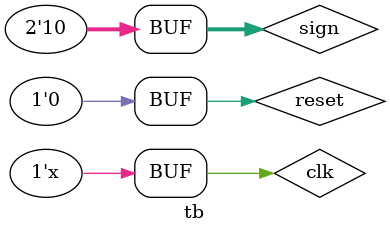
<source format=v>
`timescale 1ns / 1ps


module tb;

	// Inputs
	reg [1:0] sign;
	reg clk;
	reg reset;

	// Outputs
	wire [2:0] status;

	// Instantiate the Unit Under Test (UUT)
	Mood uut (
		.sign(sign), 
		.clk(clk), 
		.reset(reset), 
		.status(status)
	);

	initial begin
		// Initialize Inputs
		sign = 0;
		clk = 0;
		reset = 1;
		#5;
		// Wait 100 ns for global reset to finish
		reset=0;
		#10 sign=2'b00;
		#10 sign=2'b00;
		#10 sign=2'b00;
		#10 sign=2'b00;//ÐÑ
		#10 sign=2'b01;
		#10 sign=2'b01;
		#10 sign=2'b01;
		#10 sign=2'b10;
		#20;
		
        
		// Add stimulus here

	end
      always #5 clk=~clk;
endmodule


</source>
